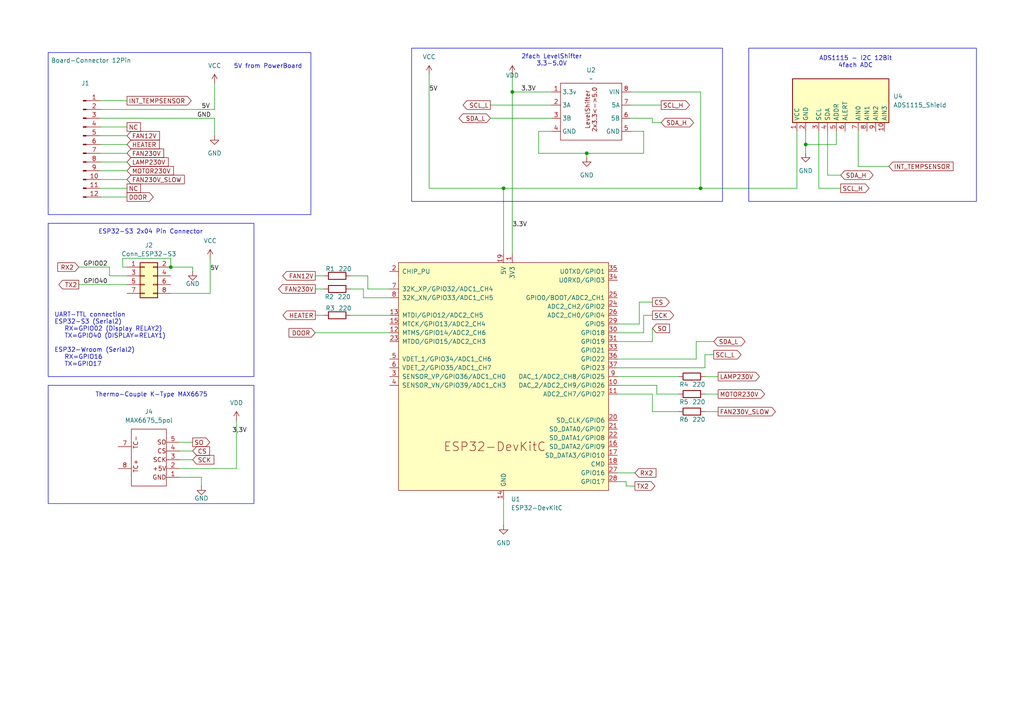
<source format=kicad_sch>
(kicad_sch (version 20250114) (generator "eeschema") (generator_version "9.0")
  (paper "A4")
  (lib_symbols
    (symbol "Connector:Conn_01x12_Pin" (pin_names (offset 1.016) (hide yes))
      (property "Reference" "J" (at 0 15.24 0))
      (property "Value" "Conn_01x12_Pin" (at 0 -17.78 0))
      (symbol "Conn_01x12_Pin_1_1"
        (rectangle (start 0.8636 12.827) (end 0 12.573) (stroke (width 0.1524)) (fill (type outline)))
        (rectangle (start 0.8636 10.287) (end 0 10.033) (stroke (width 0.1524)) (fill (type outline)))
        (rectangle (start 0.8636 7.747) (end 0 7.493) (stroke (width 0.1524)) (fill (type outline)))
        (rectangle (start 0.8636 5.207) (end 0 4.953) (stroke (width 0.1524)) (fill (type outline)))
        (rectangle (start 0.8636 2.667) (end 0 2.413) (stroke (width 0.1524)) (fill (type outline)))
        (rectangle (start 0.8636 0.127) (end 0 -0.127) (stroke (width 0.1524)) (fill (type outline)))
        (rectangle (start 0.8636 -2.413) (end 0 -2.667) (stroke (width 0.1524)) (fill (type outline)))
        (rectangle (start 0.8636 -4.953) (end 0 -5.207) (stroke (width 0.1524)) (fill (type outline)))
        (rectangle (start 0.8636 -7.493) (end 0 -7.747) (stroke (width 0.1524)) (fill (type outline)))
        (rectangle (start 0.8636 -10.033) (end 0 -10.287) (stroke (width 0.1524)) (fill (type outline)))
        (rectangle (start 0.8636 -12.573) (end 0 -12.827) (stroke (width 0.1524)) (fill (type outline)))
        (rectangle (start 0.8636 -15.113) (end 0 -15.367) (stroke (width 0.1524)) (fill (type outline)))
        (polyline (pts (xy 1.27 12.7) (xy 0.8636 12.7)) (stroke (width 0.1524)))
        (polyline (pts (xy 1.27 10.16) (xy 0.8636 10.16)) (stroke (width 0.1524)))
        (polyline (pts (xy 1.27 7.62) (xy 0.8636 7.62)) (stroke (width 0.1524)))
        (polyline (pts (xy 1.27 5.08) (xy 0.8636 5.08)) (stroke (width 0.1524)))
        (polyline (pts (xy 1.27 2.54) (xy 0.8636 2.54)) (stroke (width 0.1524)))
        (polyline (pts (xy 1.27 0) (xy 0.8636 0)) (stroke (width 0.1524)))
        (polyline (pts (xy 1.27 -2.54) (xy 0.8636 -2.54)) (stroke (width 0.1524)))
        (polyline (pts (xy 1.27 -5.08) (xy 0.8636 -5.08)) (stroke (width 0.1524)))
        (polyline (pts (xy 1.27 -7.62) (xy 0.8636 -7.62)) (stroke (width 0.1524)))
        (polyline (pts (xy 1.27 -10.16) (xy 0.8636 -10.16)) (stroke (width 0.1524)))
        (polyline (pts (xy 1.27 -12.7) (xy 0.8636 -12.7)) (stroke (width 0.1524)))
        (polyline (pts (xy 1.27 -15.24) (xy 0.8636 -15.24)) (stroke (width 0.1524)))
        (pin passive line (at 5.08 12.7 180) (length 3.81) (name "Pin_1") (number "1"))
        (pin passive line (at 5.08 10.16 180) (length 3.81) (name "Pin_2") (number "2"))
        (pin passive line (at 5.08 7.62 180) (length 3.81) (name "Pin_3") (number "3"))
        (pin passive line (at 5.08 5.08 180) (length 3.81) (name "Pin_4") (number "4"))
        (pin passive line (at 5.08 2.54 180) (length 3.81) (name "Pin_5") (number "5"))
        (pin passive line (at 5.08 0 180) (length 3.81) (name "Pin_6") (number "6"))
        (pin passive line (at 5.08 -2.54 180) (length 3.81) (name "Pin_7") (number "7"))
        (pin passive line (at 5.08 -5.08 180) (length 3.81) (name "Pin_8") (number "8"))
        (pin passive line (at 5.08 -7.62 180) (length 3.81) (name "Pin_9") (number "9"))
        (pin passive line (at 5.08 -10.16 180) (length 3.81) (name "Pin_10") (number "10"))
        (pin passive line (at 5.08 -12.7 180) (length 3.81) (name "Pin_11") (number "11"))
        (pin passive line (at 5.08 -15.24 180) (length 3.81) (name "Pin_12") (number "12"))
      )
    )
    (symbol "Connector_Generic:Conn_02x04_Odd_Even" (pin_names (offset 1.016) (hide yes))
      (property "Reference" "J" (at 1.27 5.08 0))
      (property "Value" "Conn_02x04_Odd_Even" (at 1.27 -7.62 0))
      (symbol "Conn_02x04_Odd_Even_1_1"
        (rectangle (start -1.27 3.81) (end 3.81 -6.35) (stroke (width 0.254)) (fill (type background)))
        (rectangle (start -1.27 2.667) (end 0 2.413) (stroke (width 0.1524)))
        (rectangle (start -1.27 0.127) (end 0 -0.127) (stroke (width 0.1524)))
        (rectangle (start -1.27 -2.413) (end 0 -2.667) (stroke (width 0.1524)))
        (rectangle (start -1.27 -4.953) (end 0 -5.207) (stroke (width 0.1524)))
        (rectangle (start 3.81 2.667) (end 2.54 2.413) (stroke (width 0.1524)))
        (rectangle (start 3.81 0.127) (end 2.54 -0.127) (stroke (width 0.1524)))
        (rectangle (start 3.81 -2.413) (end 2.54 -2.667) (stroke (width 0.1524)))
        (rectangle (start 3.81 -4.953) (end 2.54 -5.207) (stroke (width 0.1524)))
        (pin passive line (at -5.08 2.54 0) (length 3.81) (name "Pin_1") (number "1"))
        (pin passive line (at -5.08 0 0) (length 3.81) (name "Pin_3") (number "3"))
        (pin passive line (at -5.08 -2.54 0) (length 3.81) (name "Pin_5") (number "5"))
        (pin passive line (at -5.08 -5.08 0) (length 3.81) (name "Pin_7") (number "7"))
        (pin passive line (at 7.62 2.54 180) (length 3.81) (name "Pin_2") (number "2"))
        (pin passive line (at 7.62 0 180) (length 3.81) (name "Pin_4") (number "4"))
        (pin passive line (at 7.62 -2.54 180) (length 3.81) (name "Pin_6") (number "6"))
        (pin passive line (at 7.62 -5.08 180) (length 3.81) (name "Pin_8") (number "8"))
      )
    )
    (symbol "Device:R" (pin_numbers (hide yes)) (pin_names (offset 0))
      (property "Reference" "R" (at 2.032 0 90))
      (property "Value" "R" (at 0 0 90))
      (symbol "R_0_1"
        (rectangle (start -1.016 -2.54) (end 1.016 2.54) (stroke (width 0.254)))
      )
      (symbol "R_1_1"
        (pin passive line (at 0 3.81 270) (length 1.27) (name "~") (number "1"))
        (pin passive line (at 0 -3.81 90) (length 1.27) (name "~") (number "2"))
      )
    )
    (symbol "Logic_LevelTranslator:LevelShifter_2x_3.3-5.0"
      (property "Reference" "U" (at 11.43 -2.54 0))
      (symbol "LevelShifter_2x_3.3-5.0_0_1"
        (rectangle (start 2.54 -3.81) (end 20.32 -20.32))
      )
      (symbol "LevelShifter_2x_3.3-5.0_1_1"
        (text "LevelShifter\n2x3.3<->5.0" (at 11.43 -11.43 900) (effects (font (size 1.27 1.27))))
        (pin power_in line (at 0 -6.35 0) (length 2.54) (name "3.3v") (number "1"))
        (pin bidirectional line (at 0 -10.16 0) (length 2.54) (name "3A") (number "2"))
        (pin bidirectional line (at 0 -13.97 0) (length 2.54) (name "3B") (number "3"))
        (pin passive line (at 0 -17.78 0) (length 2.54) (name "GND") (number "4"))
        (pin power_in line (at 22.86 -6.35 180) (length 2.54) (name "VIN") (number "8"))
        (pin bidirectional line (at 22.86 -10.16 180) (length 2.54) (name "5A") (number "7"))
        (pin bidirectional line (at 22.86 -13.97 180) (length 2.54) (name "5B") (number "6"))
        (pin passive line (at 22.86 -17.78 180) (length 2.54) (name "GND") (number "5"))
      )
    )
    (symbol "PCM_Espressif:ESP32-DevKitC" (pin_names (offset 1.016))
      (property "Reference" "U" (at -30.48 38.1 0))
      (property "Value" "ESP32-DevKitC" (at -30.48 35.56 0))
      (symbol "ESP32-DevKitC_0_0"
        (text "ESP32-DevKitC" (at -2.54 -20.32 0) (effects (font (size 2.54 2.54))))
        (pin power_in line (at 0 35.56 270) (length 2.54) (name "5V") (number "19"))
        (pin power_in line (at 0 -35.56 90) (length 2.54) (name "GND") (number "14"))
      )
      (symbol "ESP32-DevKitC_0_1"
        (rectangle (start -30.48 33.02) (end 30.48 -33.02) (fill (type background)))
      )
      (symbol "ESP32-DevKitC_1_1"
        (pin input line (at -33.02 30.48 0) (length 2.54) (name "CHIP_PU") (number "2"))
        (pin bidirectional line (at -33.02 25.4 0) (length 2.54) (name "32K_XP/GPIO32/ADC1_CH4") (number "7"))
        (pin bidirectional line (at -33.02 22.86 0) (length 2.54) (name "32K_XN/GPIO33/ADC1_CH5") (number "8"))
        (pin bidirectional line (at -33.02 17.78 0) (length 2.54) (name "MTDI/GPIO12/ADC2_CH5") (number "13"))
        (pin bidirectional line (at -33.02 15.24 0) (length 2.54) (name "MTCK/GPIO13/ADC2_CH4") (number "15"))
        (pin bidirectional line (at -33.02 12.7 0) (length 2.54) (name "MTMS/GPIO14/ADC2_CH6") (number "12"))
        (pin bidirectional line (at -33.02 10.16 0) (length 2.54) (name "MTDO/GPIO15/ADC2_CH3") (number "23"))
        (pin input line (at -33.02 5.08 0) (length 2.54) (name "VDET_1/GPIO34/ADC1_CH6") (number "5"))
        (pin input line (at -33.02 2.54 0) (length 2.54) (name "VDET_2/GPIO35/ADC1_CH7") (number "6"))
        (pin input line (at -33.02 0 0) (length 2.54) (name "SENSOR_VP/GPIO36/ADC1_CH0") (number "3"))
        (pin input line (at -33.02 -2.54 0) (length 2.54) (name "SENSOR_VN/GPIO39/ADC1_CH3") (number "4"))
        (pin passive line (at 0 -35.56 90) (length 2.54) (hide yes) (name "GND") (number "32"))
        (pin passive line (at 0 -35.56 90) (length 2.54) (hide yes) (name "GND") (number "38"))
        (pin power_in line (at 2.54 35.56 270) (length 2.54) (name "3V3") (number "1"))
        (pin bidirectional line (at 33.02 30.48 180) (length 2.54) (name "U0TXD/GPIO1") (number "35"))
        (pin bidirectional line (at 33.02 27.94 180) (length 2.54) (name "U0RXD/GPIO3") (number "34"))
        (pin bidirectional line (at 33.02 22.86 180) (length 2.54) (name "GPIO0/BOOT/ADC2_CH1") (number "25"))
        (pin bidirectional line (at 33.02 20.32 180) (length 2.54) (name "ADC2_CH2/GPIO2") (number "24"))
        (pin bidirectional line (at 33.02 17.78 180) (length 2.54) (name "ADC2_CH0/GPIO4") (number "26"))
        (pin bidirectional line (at 33.02 15.24 180) (length 2.54) (name "GPIO5") (number "29"))
        (pin bidirectional line (at 33.02 12.7 180) (length 2.54) (name "GPIO18") (number "30"))
        (pin bidirectional line (at 33.02 10.16 180) (length 2.54) (name "GPIO19") (number "31"))
        (pin bidirectional line (at 33.02 7.62 180) (length 2.54) (name "GPIO21") (number "33"))
        (pin bidirectional line (at 33.02 5.08 180) (length 2.54) (name "GPIO22") (number "36"))
        (pin bidirectional line (at 33.02 2.54 180) (length 2.54) (name "GPIO23") (number "37"))
        (pin bidirectional line (at 33.02 0 180) (length 2.54) (name "DAC_1/ADC2_CH8/GPIO25") (number "9"))
        (pin bidirectional line (at 33.02 -2.54 180) (length 2.54) (name "DAC_2/ADC2_CH9/GPIO26") (number "10"))
        (pin bidirectional line (at 33.02 -5.08 180) (length 2.54) (name "ADC2_CH7/GPIO27") (number "11"))
        (pin bidirectional line (at 33.02 -12.7 180) (length 2.54) (name "SD_CLK/GPIO6") (number "20"))
        (pin bidirectional line (at 33.02 -15.24 180) (length 2.54) (name "SD_DATA0/GPIO7") (number "21"))
        (pin bidirectional line (at 33.02 -17.78 180) (length 2.54) (name "SD_DATA1/GPIO8") (number "22"))
        (pin bidirectional line (at 33.02 -20.32 180) (length 2.54) (name "SD_DATA2/GPIO9") (number "16"))
        (pin bidirectional line (at 33.02 -22.86 180) (length 2.54) (name "SD_DATA3/GPIO10") (number "17"))
        (pin bidirectional line (at 33.02 -25.4 180) (length 2.54) (name "CMD") (number "18"))
        (pin bidirectional line (at 33.02 -27.94 180) (length 2.54) (name "GPIO16") (number "27"))
        (pin bidirectional line (at 33.02 -30.48 180) (length 2.54) (name "GPIO17") (number "28"))
      )
    )
    (symbol "Sensor_Temperature:MAX6675_5pol" (pin_names (offset 1.016) (hide yes))
      (property "Reference" "J" (at -3.81 8.89 0))
      (property "Value" "MAX6675_5pol" (at -5.08 -2.54 90))
      (symbol "MAX6675_5pol_1_1"
        (rectangle (start -8.89 6.35) (end 1.27 -10.16))
        (text "TC-" (at -7.62 2.54 900) (effects (font (size 1.27 1.27))))
        (text "TC+" (at -7.62 -6.35 900) (effects (font (size 1.27 1.27)) (justify left)))
        (text "SO" (at 1.27 2.54 0) (effects (font (size 1.27 1.27)) (justify right)))
        (text "CS" (at 1.27 0 0) (effects (font (size 1.27 1.27)) (justify right)))
        (text "SCK" (at 1.27 -2.54 0) (effects (font (size 1.27 1.27)) (justify right)))
        (text "+5V" (at 1.27 -5.08 0) (effects (font (size 1.27 1.27)) (justify right)))
        (text "GND" (at 1.27 -7.62 0) (effects (font (size 1.27 1.27)) (justify right)))
        (pin passive line (at -12.7 1.27 0) (length 3.81) (name "TC-") (number "7"))
        (pin passive line (at -12.7 -5.08 0) (length 3.81) (name "TC+") (number "8"))
        (pin passive line (at 5.08 2.54 180) (length 3.81) (name "SO") (number "5"))
        (pin passive line (at 5.08 0 180) (length 3.81) (name "SCK") (number "4"))
        (pin passive line (at 5.08 -2.54 180) (length 3.81) (name "CS") (number "3"))
        (pin power_in line (at 5.08 -5.08 180) (length 3.81) (name "+5V") (number "2"))
        (pin passive line (at 5.08 -7.62 180) (length 3.81) (name "GND") (number "1"))
      )
    )
    (symbol "Sensor_Voltage:ADC1115_Shield2"
      (property "Reference" "U" (at 0 8.89 0))
      (property "Value" "ADC1115_Shield" (at 0 3.81 0))
      (symbol "ADC1115_Shield2_0_1"
        (rectangle (start -12.7 7.62) (end 15.24 -5.08) (stroke (width 0.254)) (fill (type background)))
      )
      (symbol "ADC1115_Shield2_1_1"
        (pin power_in line (at -11.43 -7.62 90) (length 2.54) (name "VCC") (number "1"))
        (pin passive line (at -8.89 -7.62 90) (length 2.54) (name "GND") (number "2"))
        (pin input line (at -5.08 -7.62 90) (length 2.54) (name "SCL") (number "3"))
        (pin bidirectional line (at -2.54 -7.62 90) (length 2.54) (name "SDA") (number "4"))
        (pin input line (at 0 -7.62 90) (length 2.54) (name "ADDR") (number "5"))
        (pin output line (at 2.54 -7.62 90) (length 2.54) (name "ALERT") (number "6"))
        (pin input line (at 6.35 -7.62 90) (length 2.54) (name "AIN0") (number "7"))
        (pin input line (at 8.89 -7.62 90) (length 2.54) (name "AIN1") (number "8"))
        (pin input line (at 11.43 -7.62 90) (length 2.54) (name "AIN2") (number "9"))
        (pin input line (at 13.97 -7.62 90) (length 2.54) (name "AIN3") (number "10"))
      )
    )
    (symbol "power:GND" (power) (pin_numbers (hide yes)) (pin_names (offset 0) (hide yes))
      (property "Value" "GND" (at 0 -3.81 0))
      (symbol "GND_0_1"
        (polyline (pts (xy 0 0) (xy 0 -1.27) (xy 1.27 -1.27) (xy 0 -2.54) (xy -1.27 -1.27) (xy 0 -1.27)))
      )
      (symbol "GND_1_1"
        (pin power_in line (at 0 0 270) (length 0) (name "~") (number "1"))
      )
    )
    (symbol "power:VCC" (power) (pin_numbers (hide yes)) (pin_names (offset 0) (hide yes))
      (property "Value" "VCC" (at 0 3.556 0))
      (symbol "VCC_0_1"
        (polyline (pts (xy -0.762 1.27) (xy 0 2.54)))
        (polyline (pts (xy 0 2.54) (xy 0.762 1.27)))
        (polyline (pts (xy 0 0) (xy 0 2.54)))
      )
      (symbol "VCC_1_1"
        (pin power_in line (at 0 0 90) (length 0) (name "~") (number "1"))
      )
    )
    (symbol "power:VDD" (power) (pin_numbers (hide yes)) (pin_names (offset 0) (hide yes))
      (property "Value" "VDD" (at 0 3.556 0))
      (symbol "VDD_0_1"
        (polyline (pts (xy -0.762 1.27) (xy 0 2.54)))
        (polyline (pts (xy 0 2.54) (xy 0.762 1.27)))
        (polyline (pts (xy 0 0) (xy 0 2.54)))
      )
      (symbol "VDD_1_1"
        (pin power_in line (at 0 0 90) (length 0) (name "~") (number "1"))
      )
    )
  )
  (rectangle (start 217.17 13.97) (end 283.21 58.42))
  (rectangle (start 13.97 64.77) (end 73.66 109.22))
  (rectangle (start 13.97 111.76) (end 73.66 146.05))
  (rectangle (start 13.97 15.24) (end 90.17 62.23))
  (rectangle (start 119.38 13.97) (end 209.55 58.42))
  (text "UART-TTL connection\nESP32-S3 (Serial2)\n   RX=GPIO02 (Display RELAY2)\n   TX=GPIO40 (DISPLAY=RELAY1)\n\nESP32-Wroom (Serial2)\n   RX=GPIO16\n   TX=GPIO17" (at 15.748 98.552 0) (effects (font (size 1.27 1.27)) (justify left)))
  (text "Thermo-Couple K-Type MAX6675\n" (at 43.942 114.554 0) (effects (font (size 1.27 1.27))))
  (text "ESP32-S3 2x04 Pin Connector" (at 43.688 67.31 0) (effects (font (size 1.27 1.27))))
  (text "5V from PowerBoard" (at 77.724 19.304 0) (effects (font (size 1.27 1.27))))
  (text "2fach LevelShifter\n3.3-5.0V" (at 160.02 17.526 0) (effects (font (size 1.27 1.27))))
  (text "ADS1115 - I2C 12Bit\n4fach ADC" (at 248.158 18.034 0) (effects (font (size 1.27 1.27))))
  (junction (at 203.2 54.61))
  (junction (at 49.53 77.47))
  (junction (at 148.59 26.67))
  (junction (at 146.05 54.61))
  (junction (at 233.68 41.91))
  (junction (at 170.18 44.45))
  (wire (pts (xy 55.88 77.47) (xy 55.88 78.74)))
  (wire (pts (xy 185.42 93.98) (xy 185.42 87.63)))
  (wire (pts (xy 182.88 26.67) (xy 203.2 26.67)))
  (wire (pts (xy 29.21 41.91) (xy 36.83 41.91)))
  (wire (pts (xy 146.05 54.61) (xy 146.05 73.66)))
  (wire (pts (xy 240.03 38.1) (xy 240.03 50.8)))
  (wire (pts (xy 186.69 96.52) (xy 179.07 96.52)))
  (wire (pts (xy 190.5 111.76) (xy 190.5 114.3)))
  (wire (pts (xy 186.69 38.1) (xy 186.69 44.45)))
  (wire (pts (xy 190.5 111.76) (xy 179.07 111.76)))
  (wire (pts (xy 22.86 77.47) (xy 31.75 77.47)))
  (wire (pts (xy 156.21 44.45) (xy 170.18 44.45)))
  (wire (pts (xy 179.07 137.16) (xy 184.15 137.16)))
  (wire (pts (xy 52.07 135.89) (xy 68.58 135.89)))
  (wire (pts (xy 91.44 96.52) (xy 113.03 96.52)))
  (wire (pts (xy 146.05 54.61) (xy 203.2 54.61)))
  (wire (pts (xy 106.68 80.01) (xy 106.68 83.82)))
  (wire (pts (xy 29.21 34.29) (xy 62.23 34.29)))
  (wire (pts (xy 142.24 30.48) (xy 160.02 30.48)))
  (wire (pts (xy 242.57 38.1) (xy 242.57 41.91)))
  (wire (pts (xy 101.6 83.82) (xy 105.41 83.82)))
  (wire (pts (xy 204.47 102.87) (xy 207.01 102.87)))
  (wire (pts (xy 189.23 95.25) (xy 189.23 99.06)))
  (wire (pts (xy 68.58 135.89) (xy 68.58 121.92)))
  (wire (pts (xy 179.07 109.22) (xy 196.85 109.22)))
  (wire (pts (xy 189.23 114.3) (xy 179.07 114.3)))
  (wire (pts (xy 35.56 74.93) (xy 35.56 77.47)))
  (wire (pts (xy 91.44 83.82) (xy 93.98 83.82)))
  (wire (pts (xy 62.23 34.29) (xy 62.23 39.37)))
  (wire (pts (xy 62.23 24.13) (xy 62.23 31.75)))
  (wire (pts (xy 182.88 34.29) (xy 189.23 34.29)))
  (wire (pts (xy 248.92 38.1) (xy 248.92 48.26)))
  (wire (pts (xy 22.86 82.55) (xy 36.83 82.55)))
  (wire (pts (xy 52.07 128.27) (xy 55.88 128.27)))
  (wire (pts (xy 29.21 46.99) (xy 36.83 46.99)))
  (wire (pts (xy 181.61 139.7) (xy 181.61 140.97)))
  (wire (pts (xy 204.47 114.3) (xy 208.28 114.3)))
  (wire (pts (xy 204.47 109.22) (xy 208.28 109.22)))
  (wire (pts (xy 186.69 44.45) (xy 170.18 44.45)))
  (wire (pts (xy 52.07 130.81) (xy 55.88 130.81)))
  (wire (pts (xy 29.21 29.21) (xy 36.83 29.21)))
  (wire (pts (xy 58.42 138.43) (xy 58.42 140.97)))
  (wire (pts (xy 36.83 77.47) (xy 35.56 77.47)))
  (wire (pts (xy 189.23 114.3) (xy 189.23 119.38)))
  (wire (pts (xy 60.96 74.93) (xy 60.96 85.09)))
  (wire (pts (xy 181.61 140.97) (xy 184.15 140.97)))
  (wire (pts (xy 29.21 54.61) (xy 36.83 54.61)))
  (wire (pts (xy 189.23 34.29) (xy 189.23 35.56)))
  (wire (pts (xy 148.59 21.59) (xy 148.59 26.67)))
  (wire (pts (xy 52.07 133.35) (xy 55.88 133.35)))
  (wire (pts (xy 160.02 38.1) (xy 156.21 38.1)))
  (wire (pts (xy 204.47 119.38) (xy 208.28 119.38)))
  (wire (pts (xy 196.85 114.3) (xy 190.5 114.3)))
  (wire (pts (xy 49.53 77.47) (xy 49.53 74.93)))
  (wire (pts (xy 196.85 119.38) (xy 189.23 119.38)))
  (wire (pts (xy 233.68 44.45) (xy 233.68 41.91)))
  (wire (pts (xy 91.44 91.44) (xy 93.98 91.44)))
  (wire (pts (xy 233.68 41.91) (xy 242.57 41.91)))
  (wire (pts (xy 237.49 54.61) (xy 237.49 38.1)))
  (wire (pts (xy 207.01 99.06) (xy 201.93 99.06)))
  (wire (pts (xy 203.2 26.67) (xy 203.2 54.61)))
  (wire (pts (xy 29.21 44.45) (xy 36.83 44.45)))
  (wire (pts (xy 31.75 80.01) (xy 36.83 80.01)))
  (wire (pts (xy 29.21 57.15) (xy 36.83 57.15)))
  (wire (pts (xy 124.46 54.61) (xy 146.05 54.61)))
  (wire (pts (xy 231.14 38.1) (xy 231.14 54.61)))
  (wire (pts (xy 182.88 38.1) (xy 186.69 38.1)))
  (wire (pts (xy 189.23 35.56) (xy 191.77 35.56)))
  (wire (pts (xy 248.92 48.26) (xy 257.81 48.26)))
  (wire (pts (xy 148.59 26.67) (xy 148.59 73.66)))
  (wire (pts (xy 179.07 106.68) (xy 204.47 106.68)))
  (wire (pts (xy 35.56 74.93) (xy 49.53 74.93)))
  (wire (pts (xy 186.69 91.44) (xy 186.69 96.52)))
  (wire (pts (xy 91.44 80.01) (xy 93.98 80.01)))
  (wire (pts (xy 185.42 87.63) (xy 189.23 87.63)))
  (wire (pts (xy 105.41 86.36) (xy 113.03 86.36)))
  (wire (pts (xy 31.75 77.47) (xy 31.75 80.01)))
  (wire (pts (xy 105.41 83.82) (xy 105.41 86.36)))
  (wire (pts (xy 142.24 34.29) (xy 160.02 34.29)))
  (wire (pts (xy 240.03 50.8) (xy 243.84 50.8)))
  (wire (pts (xy 29.21 39.37) (xy 36.83 39.37)))
  (wire (pts (xy 52.07 138.43) (xy 58.42 138.43)))
  (wire (pts (xy 204.47 106.68) (xy 204.47 102.87)))
  (wire (pts (xy 189.23 99.06) (xy 179.07 99.06)))
  (wire (pts (xy 124.46 21.59) (xy 124.46 54.61)))
  (wire (pts (xy 29.21 36.83) (xy 36.83 36.83)))
  (wire (pts (xy 101.6 91.44) (xy 113.03 91.44)))
  (wire (pts (xy 101.6 80.01) (xy 106.68 80.01)))
  (wire (pts (xy 186.69 91.44) (xy 189.23 91.44)))
  (wire (pts (xy 203.2 54.61) (xy 231.14 54.61)))
  (wire (pts (xy 106.68 83.82) (xy 113.03 83.82)))
  (wire (pts (xy 49.53 77.47) (xy 55.88 77.47)))
  (wire (pts (xy 29.21 31.75) (xy 62.23 31.75)))
  (wire (pts (xy 148.59 26.67) (xy 160.02 26.67)))
  (wire (pts (xy 29.21 52.07) (xy 36.83 52.07)))
  (wire (pts (xy 49.53 85.09) (xy 60.96 85.09)))
  (wire (pts (xy 182.88 30.48) (xy 191.77 30.48)))
  (wire (pts (xy 233.68 41.91) (xy 233.68 38.1)))
  (wire (pts (xy 170.18 44.45) (xy 170.18 45.72)))
  (wire (pts (xy 201.93 104.14) (xy 179.07 104.14)))
  (wire (pts (xy 243.84 54.61) (xy 237.49 54.61)))
  (wire (pts (xy 156.21 38.1) (xy 156.21 44.45)))
  (wire (pts (xy 201.93 99.06) (xy 201.93 104.14)))
  (wire (pts (xy 29.21 49.53) (xy 36.83 49.53)))
  (wire (pts (xy 146.05 144.78) (xy 146.05 152.4)))
  (wire (pts (xy 179.07 93.98) (xy 185.42 93.98)))
  (wire (pts (xy 179.07 139.7) (xy 181.61 139.7)))
  (label "GPIO40" (at 24.13 82.55 0))
  (label "5V" (at 58.42 31.75 0))
  (label "3.3V" (at 151.13 26.67 0))
  (label "GND" (at 57.15 34.29 0))
  (label "5V" (at 60.96 78.74 0))
  (label "GPIO02" (at 24.13 77.47 0))
  (label "3,3V" (at 67.31 125.73 0))
  (label "5V" (at 124.46 26.67 0))
  (label "3.3V" (at 148.59 66.04 0))
  (global_label "HEATER" (shape output) (at 91.44 91.44 180) (property "Intersheetrefs" "${INTERSHEET_REFS}" (effects (hide yes))))
  (global_label "DOOR" (shape output) (at 36.83 57.15 0) (property "Intersheetrefs" "${INTERSHEET_REFS}" (effects (hide yes))))
  (global_label "SCK" (shape output) (at 189.23 91.44 0) (property "Intersheetrefs" "${INTERSHEET_REFS}" (effects (hide yes))))
  (global_label "FAN12V" (shape input) (at 36.83 39.37 0) (property "Intersheetrefs" "${INTERSHEET_REFS}" (effects (hide yes))))
  (global_label "CS" (shape input) (at 55.88 130.81 0) (property "Intersheetrefs" "${INTERSHEET_REFS}" (effects (hide yes))))
  (global_label "LAMP230V" (shape output) (at 208.28 109.22 0) (property "Intersheetrefs" "${INTERSHEET_REFS}" (effects (hide yes))))
  (global_label "NC" (shape passive) (at 36.83 36.83 0) (property "Intersheetrefs" "${INTERSHEET_REFS}" (effects (hide yes))))
  (global_label "DOOR" (shape input) (at 91.44 96.52 180) (property "Intersheetrefs" "${INTERSHEET_REFS}" (effects (hide yes))))
  (global_label "FAN230V" (shape input) (at 36.83 44.45 0) (property "Intersheetrefs" "${INTERSHEET_REFS}" (effects (hide yes))))
  (global_label "SDA_L" (shape bidirectional) (at 142.24 34.29 180) (property "Intersheetrefs" "${INTERSHEET_REFS}" (effects (hide yes))))
  (global_label "HEATER" (shape input) (at 36.83 41.91 0) (property "Intersheetrefs" "${INTERSHEET_REFS}" (effects (hide yes))))
  (global_label "CS" (shape output) (at 189.23 87.63 0) (property "Intersheetrefs" "${INTERSHEET_REFS}" (effects (hide yes))))
  (global_label "TX2" (shape output) (at 22.86 82.55 180) (property "Intersheetrefs" "${INTERSHEET_REFS}" (effects (hide yes))))
  (global_label "SCL_H" (shape output) (at 191.77 30.48 0) (property "Intersheetrefs" "${INTERSHEET_REFS}" (effects (hide yes))))
  (global_label "SO" (shape output) (at 55.88 128.27 0) (property "Intersheetrefs" "${INTERSHEET_REFS}" (effects (hide yes))))
  (global_label "SCK" (shape input) (at 55.88 133.35 0) (property "Intersheetrefs" "${INTERSHEET_REFS}" (effects (hide yes))))
  (global_label "TX2" (shape output) (at 184.15 140.97 0) (property "Intersheetrefs" "${INTERSHEET_REFS}" (effects (hide yes))))
  (global_label "INT_TEMPSENSOR" (shape output) (at 36.83 29.21 0) (property "Intersheetrefs" "${INTERSHEET_REFS}" (effects (hide yes))))
  (global_label "SDA_L" (shape bidirectional) (at 207.01 99.06 0) (property "Intersheetrefs" "${INTERSHEET_REFS}" (effects (hide yes))))
  (global_label "SCL_L" (shape output) (at 207.01 102.87 0) (property "Intersheetrefs" "${INTERSHEET_REFS}" (effects (hide yes))))
  (global_label "FAN230V" (shape output) (at 91.44 83.82 180) (property "Intersheetrefs" "${INTERSHEET_REFS}" (effects (hide yes))))
  (global_label "MOTOR230V" (shape input) (at 36.83 49.53 0) (property "Intersheetrefs" "${INTERSHEET_REFS}" (effects (hide yes))))
  (global_label "LAMP230V" (shape input) (at 36.83 46.99 0) (property "Intersheetrefs" "${INTERSHEET_REFS}" (effects (hide yes))))
  (global_label "SCL_H" (shape output) (at 243.84 54.61 0) (property "Intersheetrefs" "${INTERSHEET_REFS}" (effects (hide yes))))
  (global_label "FAN12V" (shape output) (at 91.44 80.01 180) (property "Intersheetrefs" "${INTERSHEET_REFS}" (effects (hide yes))))
  (global_label "SCL_L" (shape output) (at 142.24 30.48 180) (property "Intersheetrefs" "${INTERSHEET_REFS}" (effects (hide yes))))
  (global_label "RX2" (shape input) (at 184.15 137.16 0) (property "Intersheetrefs" "${INTERSHEET_REFS}" (effects (hide yes))))
  (global_label "RX2" (shape input) (at 22.86 77.47 180) (property "Intersheetrefs" "${INTERSHEET_REFS}" (effects (hide yes))))
  (global_label "SO" (shape input) (at 189.23 95.25 0) (property "Intersheetrefs" "${INTERSHEET_REFS}" (effects (hide yes))))
  (global_label "INT_TEMPSENSOR" (shape input) (at 257.81 48.26 0) (property "Intersheetrefs" "${INTERSHEET_REFS}" (effects (hide yes))))
  (global_label "FAN230V_SLOW" (shape output) (at 208.28 119.38 0) (property "Intersheetrefs" "${INTERSHEET_REFS}" (effects (hide yes))))
  (global_label "SDA_H" (shape bidirectional) (at 191.77 35.56 0) (property "Intersheetrefs" "${INTERSHEET_REFS}" (effects (hide yes))))
  (global_label "MOTOR230V" (shape output) (at 208.28 114.3 0) (property "Intersheetrefs" "${INTERSHEET_REFS}" (effects (hide yes))))
  (global_label "NC" (shape passive) (at 36.83 54.61 0) (property "Intersheetrefs" "${INTERSHEET_REFS}" (effects (hide yes))))
  (global_label "FAN230V_SLOW" (shape input) (at 36.83 52.07 0) (property "Intersheetrefs" "${INTERSHEET_REFS}" (effects (hide yes))))
  (global_label "SDA_H" (shape bidirectional) (at 243.84 50.8 0) (property "Intersheetrefs" "${INTERSHEET_REFS}" (effects (hide yes))))
  (symbol (lib_id "Device:R") (at 200.66 109.22 90) (unit 1)
    (property "Reference" "R4" (at 198.374 111.506 90))
    (property "Value" "220" (at 202.692 111.506 90))
    (property "Footprint" "Resistor_SMD:R_1206_3216Metric" (effects (hide yes)))
    (property "Description" "Resistor" (effects (hide yes)))
  )
  (symbol (lib_id "Device:R") (at 97.79 83.82 90) (unit 1)
    (property "Reference" "R2" (at 95.504 86.106 90))
    (property "Value" "220" (at 99.822 86.106 90))
    (property "Footprint" "Resistor_SMD:R_1206_3216Metric" (effects (hide yes)))
    (property "Description" "Resistor" (effects (hide yes)))
  )
  (symbol (lib_id "PCM_Espressif:ESP32-DevKitC") (at 146.05 109.22 0) (unit 1)
    (property "Reference" "U1" (at 148.1933 144.78 0) (effects (justify left)))
    (property "Value" "ESP32-DevKitC" (at 148.1933 147.32 0) (effects (justify left)))
    (property "Footprint" "PCM_Espressif:ESP32-DevKitC" (effects (hide yes)))
    (property "Datasheet" "https://docs.espressif.com/projects/esp-idf/zh_CN/latest/esp32/hw-reference/esp32/get-started-devkitc.html" (effects (hide yes)))
    (property "Description" "Development Kit" (effects (hide yes)))
  )
  (symbol (lib_id "Device:R") (at 97.79 80.01 90) (unit 1)
    (property "Reference" "R1" (at 95.758 77.978 90))
    (property "Value" "220" (at 100.076 77.978 90))
    (property "Footprint" "Resistor_SMD:R_1206_3216Metric" (effects (hide yes)))
    (property "Description" "Resistor" (effects (hide yes)))
  )
  (symbol (lib_id "Logic_LevelTranslator:LevelShifter_2x_3.3-5.0") (at 160.02 20.32 0) (unit 1)
    (property "Reference" "U2" (at 171.45 20.32 0))
    (property "Value" "~" (at 171.45 22.86 0))
    (property "Footprint" "Connector_Pin:LevelShifter_8pin_12.7mm" (effects (hide yes)))
    (property "Description" "einfacher Levelshifter 3.3v auf 5v (Amazon)" (effects (hide yes)))
  )
  (symbol (lib_id "power:GND") (at 58.42 140.97 0) (unit 1)
    (property "Reference" "#PWR02" (effects (hide yes)))
    (property "Value" "GND" (at 58.42 144.526 0))
    (property "Description" "Power symbol creates a global label with name \"GND\" , ground" (effects (hide yes)))
  )
  (symbol (lib_id "Sensor_Temperature:MAX6675_5pol") (at 46.99 130.81 0) (unit 1)
    (property "Reference" "J4" (at 43.18 119.38 0))
    (property "Value" "MAX6675_5pol" (at 43.18 121.92 0))
    (property "Footprint" "Connector_PinSocket_2.54mm:PinSocket_1x05_P2.54mm_Vertical" (effects (hide yes)))
    (property "Description" "Generic connector, single row, 01x06, script generated" (effects (hide yes)))
  )
  (symbol (lib_id "power:GND") (at 233.68 44.45 0) (unit 1)
    (property "Reference" "#PWR011" (effects (hide yes)))
    (property "Value" "GND" (at 233.68 49.53 0))
    (property "Description" "Power symbol creates a global label with name \"GND\" , ground" (effects (hide yes)))
  )
  (symbol (lib_id "Device:R") (at 97.79 91.44 90) (unit 1)
    (property "Reference" "R3" (at 95.758 89.408 90))
    (property "Value" "220" (at 100.076 89.408 90))
    (property "Footprint" "Resistor_SMD:R_1206_3216Metric" (effects (hide yes)))
    (property "Description" "Resistor" (effects (hide yes)))
  )
  (symbol (lib_id "power:VCC") (at 60.96 74.93 0) (unit 1)
    (property "Reference" "#PWR03" (effects (hide yes)))
    (property "Value" "VCC" (at 60.96 69.85 0))
    (property "Description" "Power symbol creates a global label with name \"VCC\"" (effects (hide yes)))
  )
  (symbol (lib_id "power:VDD") (at 148.59 21.59 0) (unit 1)
    (property "Reference" "#PWR09" (effects (hide yes)))
    (property "Value" "VDD" (at 148.59 21.844 0))
    (property "Description" "Power symbol creates a global label with name \"VDD\"" (effects (hide yes)))
  )
  (symbol (lib_id "power:GND") (at 62.23 39.37 0) (unit 1)
    (property "Reference" "#PWR05" (effects (hide yes)))
    (property "Value" "GND" (at 62.23 44.45 0))
    (property "Description" "Power symbol creates a global label with name \"GND\" , ground" (effects (hide yes)))
  )
  (symbol (lib_id "Connector:Conn_01x12_Pin") (at 24.13 41.91 0) (unit 1)
    (property "Reference" "J1" (at 24.765 24.13 0))
    (property "Value" "Board-Connector 12Pin" (at 26.416 17.526 0))
    (property "Footprint" "Connector_PinHeader_2.54mm:PinHeader_1x12_P2.54mm_Vertical" (effects (hide yes)))
    (property "Description" "Generic connector, single row, 01x12, script generated" (effects (hide yes)))
  )
  (symbol (lib_id "power:VDD") (at 68.58 121.92 0) (unit 1)
    (property "Reference" "#PWR06" (effects (hide yes)))
    (property "Value" "VDD" (at 68.58 116.84 0))
    (property "Description" "Power symbol creates a global label with name \"VDD\"" (effects (hide yes)))
  )
  (symbol (lib_id "Connector_Generic:Conn_02x04_Odd_Even") (at 41.91 80.01 0) (unit 1)
    (property "Reference" "J2" (at 43.18 71.12 0))
    (property "Value" "Conn_ESP32-S3" (at 43.18 73.66 0))
    (property "Footprint" "Connector_PinHeader_2.54mm:PinHeader_2x04_P2.54mm_Vertical" (effects (hide yes)))
    (property "Description" "Generic connector, double row, 02x04, odd/even pin numbering scheme (row 1 odd numbers, row 2 even numbers), script generated (kicad-library-utils/schlib/autogen/connector/)" (effects (hide yes)))
  )
  (symbol (lib_id "power:VCC") (at 62.23 24.13 0) (unit 1)
    (property "Reference" "#PWR04" (effects (hide yes)))
    (property "Value" "VCC" (at 62.23 19.05 0))
    (property "Description" "Power symbol creates a global label with name \"VCC\"" (effects (hide yes)))
  )
  (symbol (lib_id "Sensor_Voltage:ADC1115_Shield2") (at 242.57 30.48 0) (unit 1)
    (property "Reference" "U4" (at 259.08 27.9399 0) (effects (justify left)))
    (property "Value" "ADS1115_Shield" (at 259.08 30.4799 0) (effects (justify left)))
    (property "Footprint" "Connector_PinHeader_2.54mm:PinHeader_1x10_P2.54mm_Vertical" (effects (hide yes)))
  )
  (symbol (lib_id "power:GND") (at 55.88 78.74 0) (unit 1)
    (property "Reference" "#PWR01" (effects (hide yes)))
    (property "Value" "GND" (at 55.88 82.296 0))
    (property "Description" "Power symbol creates a global label with name \"GND\" , ground" (effects (hide yes)))
  )
  (symbol (lib_id "power:GND") (at 170.18 45.72 0) (unit 1)
    (property "Reference" "#PWR010" (effects (hide yes)))
    (property "Value" "GND" (at 170.18 50.8 0))
    (property "Description" "Power symbol creates a global label with name \"GND\" , ground" (effects (hide yes)))
  )
  (symbol (lib_id "power:GND") (at 146.05 152.4 0) (unit 1)
    (property "Reference" "#PWR08" (effects (hide yes)))
    (property "Value" "GND" (at 146.05 157.48 0))
    (property "Description" "Power symbol creates a global label with name \"GND\" , ground" (effects (hide yes)))
  )
  (symbol (lib_id "Device:R") (at 200.66 119.38 90) (unit 1)
    (property "Reference" "R6" (at 198.374 121.666 90))
    (property "Value" "220" (at 202.692 121.666 90))
    (property "Footprint" "Resistor_SMD:R_1206_3216Metric" (effects (hide yes)))
    (property "Description" "Resistor" (effects (hide yes)))
  )
  (symbol (lib_id "Device:R") (at 200.66 114.3 90) (unit 1)
    (property "Reference" "R5" (at 198.374 116.586 90))
    (property "Value" "220" (at 202.692 116.586 90))
    (property "Footprint" "Resistor_SMD:R_1206_3216Metric" (effects (hide yes)))
    (property "Description" "Resistor" (effects (hide yes)))
  )
  (symbol (lib_id "power:VCC") (at 124.46 21.59 0) (unit 1)
    (property "Reference" "#PWR07" (effects (hide yes)))
    (property "Value" "VCC" (at 124.46 16.51 0))
    (property "Description" "Power symbol creates a global label with name \"VCC\"" (effects (hide yes)))
  )
)
</source>
